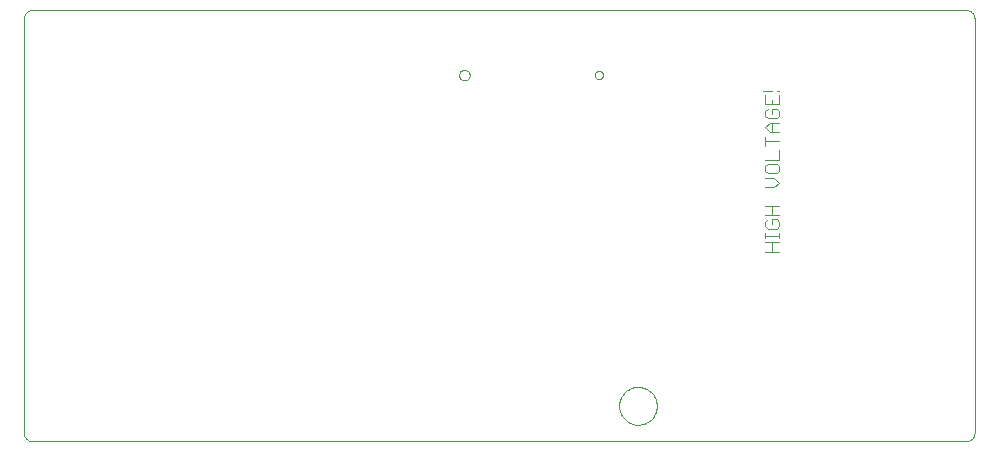
<source format=gko>
G75*
%MOIN*%
%OFA0B0*%
%FSLAX24Y24*%
%IPPOS*%
%LPD*%
%AMOC8*
5,1,8,0,0,1.08239X$1,22.5*
%
%ADD10C,0.0000*%
%ADD11C,0.0040*%
D10*
X001383Y001073D02*
X032519Y001073D01*
X032550Y001075D01*
X032581Y001080D01*
X032611Y001089D01*
X032640Y001101D01*
X032667Y001116D01*
X032692Y001134D01*
X032716Y001154D01*
X032736Y001178D01*
X032754Y001203D01*
X032769Y001230D01*
X032781Y001259D01*
X032790Y001289D01*
X032795Y001320D01*
X032797Y001351D01*
X032798Y001351D02*
X032798Y015164D01*
X032797Y015164D02*
X032795Y015195D01*
X032790Y015226D01*
X032781Y015256D01*
X032769Y015285D01*
X032754Y015312D01*
X032736Y015337D01*
X032716Y015361D01*
X032692Y015381D01*
X032667Y015399D01*
X032640Y015414D01*
X032611Y015426D01*
X032581Y015435D01*
X032550Y015440D01*
X032519Y015442D01*
X032519Y015443D02*
X001383Y015443D01*
X001383Y015442D02*
X001352Y015440D01*
X001321Y015435D01*
X001291Y015426D01*
X001262Y015414D01*
X001235Y015399D01*
X001210Y015381D01*
X001186Y015361D01*
X001166Y015337D01*
X001148Y015312D01*
X001133Y015285D01*
X001121Y015256D01*
X001112Y015226D01*
X001107Y015195D01*
X001105Y015164D01*
X001105Y001351D01*
X001107Y001320D01*
X001112Y001289D01*
X001121Y001259D01*
X001133Y001230D01*
X001148Y001203D01*
X001166Y001178D01*
X001186Y001154D01*
X001210Y001134D01*
X001235Y001116D01*
X001262Y001101D01*
X001291Y001089D01*
X001321Y001080D01*
X001352Y001075D01*
X001383Y001073D01*
X020947Y002254D02*
X020949Y002304D01*
X020955Y002354D01*
X020965Y002403D01*
X020979Y002451D01*
X020996Y002498D01*
X021017Y002543D01*
X021042Y002587D01*
X021070Y002628D01*
X021102Y002667D01*
X021136Y002704D01*
X021173Y002738D01*
X021213Y002768D01*
X021255Y002795D01*
X021299Y002819D01*
X021345Y002840D01*
X021392Y002856D01*
X021440Y002869D01*
X021490Y002878D01*
X021539Y002883D01*
X021590Y002884D01*
X021640Y002881D01*
X021689Y002874D01*
X021738Y002863D01*
X021786Y002848D01*
X021832Y002830D01*
X021877Y002808D01*
X021920Y002782D01*
X021961Y002753D01*
X022000Y002721D01*
X022036Y002686D01*
X022068Y002648D01*
X022098Y002608D01*
X022125Y002565D01*
X022148Y002521D01*
X022167Y002475D01*
X022183Y002427D01*
X022195Y002378D01*
X022203Y002329D01*
X022207Y002279D01*
X022207Y002229D01*
X022203Y002179D01*
X022195Y002130D01*
X022183Y002081D01*
X022167Y002033D01*
X022148Y001987D01*
X022125Y001943D01*
X022098Y001900D01*
X022068Y001860D01*
X022036Y001822D01*
X022000Y001787D01*
X021961Y001755D01*
X021920Y001726D01*
X021877Y001700D01*
X021832Y001678D01*
X021786Y001660D01*
X021738Y001645D01*
X021689Y001634D01*
X021640Y001627D01*
X021590Y001624D01*
X021539Y001625D01*
X021490Y001630D01*
X021440Y001639D01*
X021392Y001652D01*
X021345Y001668D01*
X021299Y001689D01*
X021255Y001713D01*
X021213Y001740D01*
X021173Y001770D01*
X021136Y001804D01*
X021102Y001841D01*
X021070Y001880D01*
X021042Y001921D01*
X021017Y001965D01*
X020996Y002010D01*
X020979Y002057D01*
X020965Y002105D01*
X020955Y002154D01*
X020949Y002204D01*
X020947Y002254D01*
X020140Y013277D02*
X020142Y013300D01*
X020148Y013323D01*
X020158Y013344D01*
X020171Y013364D01*
X020187Y013381D01*
X020206Y013395D01*
X020227Y013405D01*
X020249Y013412D01*
X020272Y013415D01*
X020296Y013414D01*
X020318Y013409D01*
X020340Y013400D01*
X020360Y013388D01*
X020378Y013372D01*
X020392Y013354D01*
X020404Y013334D01*
X020412Y013312D01*
X020416Y013289D01*
X020416Y013265D01*
X020412Y013242D01*
X020404Y013220D01*
X020392Y013200D01*
X020378Y013182D01*
X020360Y013166D01*
X020340Y013154D01*
X020318Y013145D01*
X020296Y013140D01*
X020272Y013139D01*
X020249Y013142D01*
X020227Y013149D01*
X020206Y013159D01*
X020187Y013173D01*
X020171Y013190D01*
X020158Y013210D01*
X020148Y013231D01*
X020142Y013254D01*
X020140Y013277D01*
X015613Y013277D02*
X015615Y013303D01*
X015621Y013329D01*
X015631Y013354D01*
X015644Y013377D01*
X015660Y013397D01*
X015680Y013415D01*
X015702Y013430D01*
X015725Y013442D01*
X015751Y013450D01*
X015777Y013454D01*
X015803Y013454D01*
X015829Y013450D01*
X015855Y013442D01*
X015879Y013430D01*
X015900Y013415D01*
X015920Y013397D01*
X015936Y013377D01*
X015949Y013354D01*
X015959Y013329D01*
X015965Y013303D01*
X015967Y013277D01*
X015965Y013251D01*
X015959Y013225D01*
X015949Y013200D01*
X015936Y013177D01*
X015920Y013157D01*
X015900Y013139D01*
X015878Y013124D01*
X015855Y013112D01*
X015829Y013104D01*
X015803Y013100D01*
X015777Y013100D01*
X015751Y013104D01*
X015725Y013112D01*
X015701Y013124D01*
X015680Y013139D01*
X015660Y013157D01*
X015644Y013177D01*
X015631Y013200D01*
X015621Y013225D01*
X015615Y013251D01*
X015613Y013277D01*
D11*
X025744Y012763D02*
X026051Y012763D01*
X026205Y012763D02*
X026281Y012763D01*
X026281Y012610D02*
X026281Y012303D01*
X025821Y012303D01*
X025821Y012610D01*
X026051Y012456D02*
X026051Y012303D01*
X026051Y012149D02*
X026051Y011996D01*
X026051Y012149D02*
X026205Y012149D01*
X026281Y012072D01*
X026281Y011919D01*
X026205Y011842D01*
X025898Y011842D01*
X025821Y011919D01*
X025821Y012072D01*
X025898Y012149D01*
X025975Y011689D02*
X026281Y011689D01*
X026051Y011689D02*
X026051Y011382D01*
X025975Y011382D02*
X025821Y011535D01*
X025975Y011689D01*
X025975Y011382D02*
X026281Y011382D01*
X025821Y011228D02*
X025821Y010921D01*
X025821Y011075D02*
X026281Y011075D01*
X026281Y010768D02*
X026281Y010461D01*
X025821Y010461D01*
X025898Y010308D02*
X025821Y010231D01*
X025821Y010077D01*
X025898Y010001D01*
X026205Y010001D01*
X026281Y010077D01*
X026281Y010231D01*
X026205Y010308D01*
X025898Y010308D01*
X025821Y009847D02*
X026128Y009847D01*
X026281Y009694D01*
X026128Y009540D01*
X025821Y009540D01*
X025821Y008926D02*
X026281Y008926D01*
X026051Y008926D02*
X026051Y008619D01*
X026051Y008466D02*
X026051Y008313D01*
X026051Y008466D02*
X026205Y008466D01*
X026281Y008389D01*
X026281Y008236D01*
X026205Y008159D01*
X025898Y008159D01*
X025821Y008236D01*
X025821Y008389D01*
X025898Y008466D01*
X025821Y008619D02*
X026281Y008619D01*
X026281Y008006D02*
X026281Y007852D01*
X026281Y007929D02*
X025821Y007929D01*
X025821Y007852D02*
X025821Y008006D01*
X025821Y007699D02*
X026281Y007699D01*
X026051Y007699D02*
X026051Y007392D01*
X026281Y007392D02*
X025821Y007392D01*
M02*

</source>
